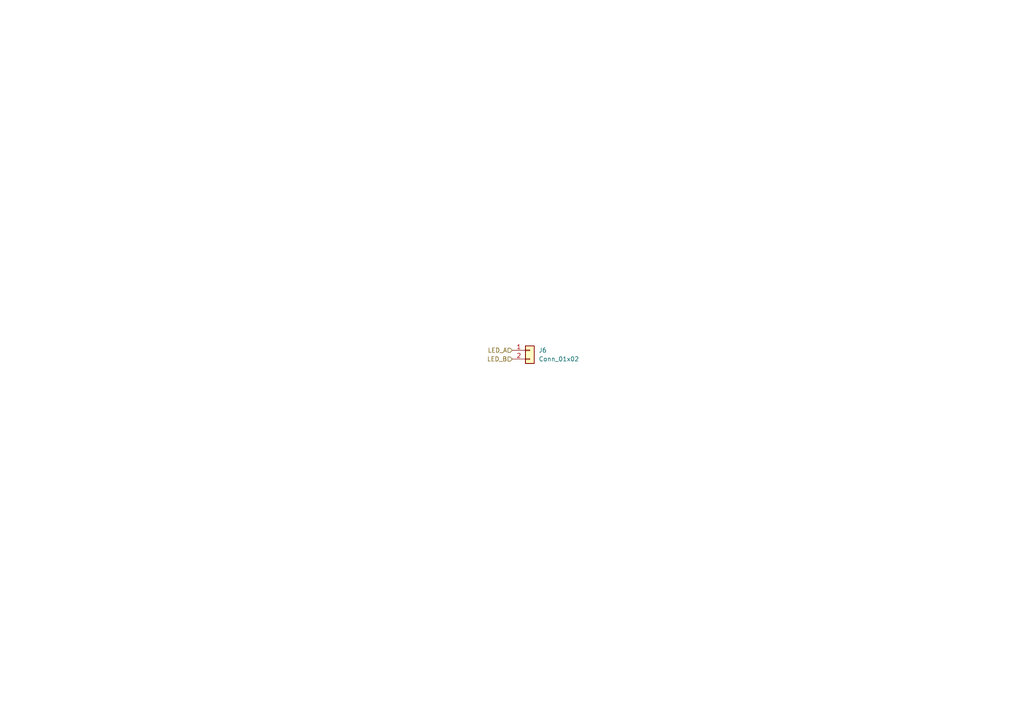
<source format=kicad_sch>
(kicad_sch (version 20250114) (generator "eeschema") (generator_version "9.0")
  (paper "A4")
  (title_block (title "Replacable LED COB Lamp") (date "2025-04-08") (rev "0") (company "WPI ECE2799 D25") (comment 1 "Raymond, Daniel") (comment 2 "Hogan, Rye") (comment 3 "Bryan, Tahje"))
  (lib_symbols
    (symbol "Connector_Generic:Conn_01x02" (pin_names (offset 1.016) (hide yes))
      (property "Reference" "J" (at 0 2.54 0))
      (property "Value" "Conn_01x02" (at 0 -5.08 0))
      (symbol "Conn_01x02_1_1"
        (rectangle (start -1.27 1.27) (end 1.27 -3.81) (stroke (width 0.254)) (fill (type background)))
        (rectangle (start -1.27 0.127) (end 0 -0.127) (stroke (width 0.1524)))
        (rectangle (start -1.27 -2.413) (end 0 -2.667) (stroke (width 0.1524)))
        (pin passive line (at -5.08 0 0) (length 3.81) (name "Pin_1") (number "1"))
        (pin passive line (at -5.08 -2.54 0) (length 3.81) (name "Pin_2") (number "2"))
      )
    )
  )
  (hierarchical_label "LED_B" (shape input) (at 148.59 104.14 180))
  (hierarchical_label "LED_A" (shape input) (at 148.59 101.6 180))
  (symbol (lib_id "Connector_Generic:Conn_01x02") (at 153.67 101.6 0) (unit 1)
    (property "Reference" "J6" (at 156.21 101.5999 0) (effects (justify left)))
    (property "Value" "Conn_01x02" (at 156.21 104.1399 0) (effects (justify left)))
    (property "Footprint" "Connector_Wire:SolderWire-0.75sqmm_1x02_P4.8mm_D1.25mm_OD2.3mm" (effects (hide yes)))
    (property "Description" "Generic connector, single row, 01x02, script generated (kicad-library-utils/schlib/autogen/connector/)" (effects (hide yes)))
  )
)
</source>
